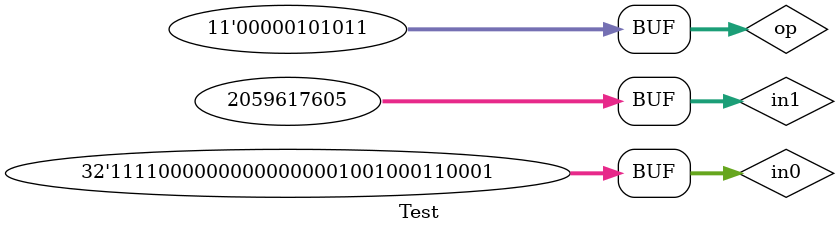
<source format=v>
module Test();
    reg [31:0] in0;
    reg [31:0] in1;
    reg [10:0] op;
    wire [31:0] out;
    wire overflow;
    wire zero;
    wire carryout;
    ALU ALUTest(
    .in0(in0),
    .in1(in1),
    .op(op),
    .out(out),
    .overflow(overflow),
    .zero(zero),
    .carryout(carryout)
    );
    initial
    begin
       //add
         op=11'b00000100000;        
         in0=32'hf2340000;
         in1=32'h80000000;
    #20  in0=32'h7fffffff;
         in1=32'h70000001;
    #20  in0=32'h7fffffff;
         in1=32'hf0000001;
    #20  in0=32'hffffffff;
         in1=32'h00000001;
    //addu          
    #20  op=11'b00000100001;   
         in0=32'hf2340000;
         in1=32'h80000000;
    #20  in0=32'h7fffffff;
         in1=32'h70000001;
    #20  in0=32'hffffffff;
         in1=32'h00000001;
    //sub    
    #20  op=11'b00000100010;        
         in0=32'h72340000;
         in1=32'h60000000;
    #20  in0=32'h7fffffff;
         in1=32'hf0000001;
    #20  in0=32'hf00fffff;
         in1=32'h7ffffff1;
    #20  in0=32'hffffffff;
         in1=32'hffffffff;
    #20  in0=32'hf0000000;
         in1=32'h0fffffff; 
    //subu
    #20  op=11'b00000100011;        
         in0=32'h72340000;
         in1=32'h60000000;
    #20  in0=32'h7fffffff;
         in1=32'hf0000001;
    #20  in0=32'hffffffff;
         in1=32'hffffffff;
    #20  in0=32'hf0000000;
         in1=32'h0fffffff; 
    //and
    #20  op=11'b00000100100;        
         in0=32'h72340000;
         in1=32'h60000000;
    #20  in0=32'h7fffffff;
         in1=32'h00000000; 
    //or
    #20  op=11'b00000100101;        
         in0=32'h00000000;
         in1=32'h00000000;
    #20  in0=32'h7fffffff;
         in1=32'hf0000001;
    //xor
    #20  op=11'b00000100110;        
         in0=32'ha0000000;
         in1=32'h50000000;
    #20  in0=32'h7fffffff;
         in1=32'hf0000001;
    //nor
    #20  op=11'b00000100111;        
         in0=32'h123451ff;
         in1=32'h60000000;
    #20  in0=32'h7fffffff;
         in1=32'hf0000001;
    //slt
    #20  op=11'b00000101010;        
         in0=32'h72340000;
         in1=32'hf0000000;
    #20  in0=32'h7000000f;
         in1=32'h7f000001;
    #20  in0=32'hf0001231;
         in1=32'h7ac34545;
    //sltu
    #20  op=11'b00000101011;        
         in0=32'h72340000;
         in1=32'hf0000000;
    #20  in0=32'h7000000f;
         in1=32'h7f000001;
    #20  in0=32'hf0001231;
         in1=32'h7ac34545;
    /*
        //add
        op=11'b00000100000;
        in0=32'h00001111;
        in1=32'h00000001;
        #20
        in0=32'hffffffff;
        in1=32'h00000001;
        //addu
        #20
        op=11'b00000100001;
        in0=32'h00001111;
        in1=32'h00000001;
        #20
        in0=32'hffffffff;
        in1=32'h00000001;
        //sub
        #20
        op=11'b00000100010;
        in0=32'h10001111;
        in1=32'h00011111;
        #20
        in0=32'h00000111;
        in1=32'h00000001;
        //subu
        #20
        op=11'b00000100011;
         in0=32'h10001111;
        in1=32'h00011111;
        #20
        in0=32'h00000111;
        in1=32'h00000001;
        //slt
        #20
        op=11'b00000101010;
        in0=32'hffffffff;
        in1=32'h00000001;
        #20
        in0=32'hf0001231;
        in1=32'h7ac34545;
        //sltu
        #20
        op=11'b00000101011;
        in0=32'hffffffff;
        in1=32'h00000001;
        #20
        in0=32'hf0001231;
        in1=32'h7ac34545;
        */
    end
endmodule
</source>
